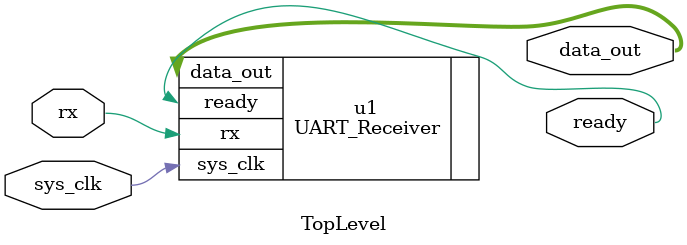
<source format=v>
module TopLevel(
    input sys_clk,
    input rx,
    output [6:0] data_out,
    output ready
);

    UART_Receiver u1 (
        .sys_clk(sys_clk),
        .rx(rx),
        .data_out(data_out),
        .ready(ready)
    );

endmodule 
</source>
